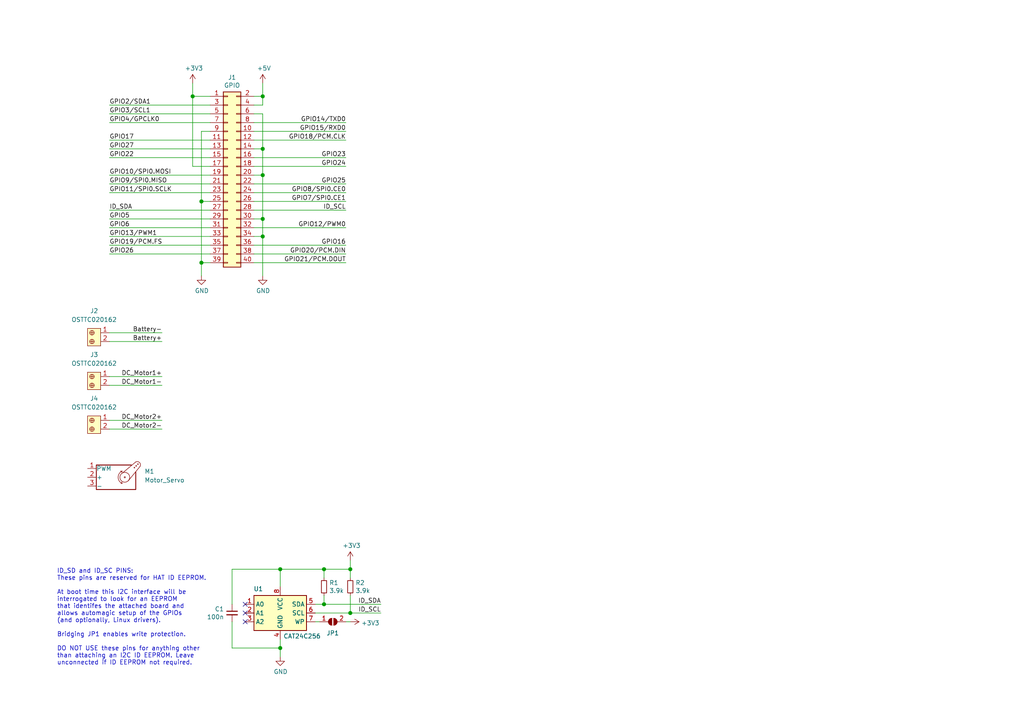
<source format=kicad_sch>
(kicad_sch (version 20230121) (generator eeschema)
  (paper "A4")
  (title_block (title "Raspberrypi Motor and power Hat") (date "2023-11-15") (rev "V0.0.1") (company "RIT MSD Team 18538"))
  (lib_symbols
    (symbol "Connector_Generic:Conn_02x20_Odd_Even" (pin_names (offset 1.016) hide)
      (property "Reference" "J" (at 1.27 25.4 0))
      (property "Value" "Conn_02x20_Odd_Even" (at 1.27 -27.94 0))
      (symbol "Conn_02x20_Odd_Even_1_1"
        (rectangle (start -1.27 -25.273) (end 0 -25.527) (stroke (width 0.1524)))
        (rectangle (start -1.27 -22.733) (end 0 -22.987) (stroke (width 0.1524)))
        (rectangle (start -1.27 -20.193) (end 0 -20.447) (stroke (width 0.1524)))
        (rectangle (start -1.27 -17.653) (end 0 -17.907) (stroke (width 0.1524)))
        (rectangle (start -1.27 -15.113) (end 0 -15.367) (stroke (width 0.1524)))
        (rectangle (start -1.27 -12.573) (end 0 -12.827) (stroke (width 0.1524)))
        (rectangle (start -1.27 -10.033) (end 0 -10.287) (stroke (width 0.1524)))
        (rectangle (start -1.27 -7.493) (end 0 -7.747) (stroke (width 0.1524)))
        (rectangle (start -1.27 -4.953) (end 0 -5.207) (stroke (width 0.1524)))
        (rectangle (start -1.27 -2.413) (end 0 -2.667) (stroke (width 0.1524)))
        (rectangle (start -1.27 0.127) (end 0 -0.127) (stroke (width 0.1524)))
        (rectangle (start -1.27 2.667) (end 0 2.413) (stroke (width 0.1524)))
        (rectangle (start -1.27 5.207) (end 0 4.953) (stroke (width 0.1524)))
        (rectangle (start -1.27 7.747) (end 0 7.493) (stroke (width 0.1524)))
        (rectangle (start -1.27 10.287) (end 0 10.033) (stroke (width 0.1524)))
        (rectangle (start -1.27 12.827) (end 0 12.573) (stroke (width 0.1524)))
        (rectangle (start -1.27 15.367) (end 0 15.113) (stroke (width 0.1524)))
        (rectangle (start -1.27 17.907) (end 0 17.653) (stroke (width 0.1524)))
        (rectangle (start -1.27 20.447) (end 0 20.193) (stroke (width 0.1524)))
        (rectangle (start -1.27 22.987) (end 0 22.733) (stroke (width 0.1524)))
        (rectangle (start -1.27 24.13) (end 3.81 -26.67) (stroke (width 0.254)) (fill (type background)))
        (rectangle (start 3.81 -25.273) (end 2.54 -25.527) (stroke (width 0.1524)))
        (rectangle (start 3.81 -22.733) (end 2.54 -22.987) (stroke (width 0.1524)))
        (rectangle (start 3.81 -20.193) (end 2.54 -20.447) (stroke (width 0.1524)))
        (rectangle (start 3.81 -17.653) (end 2.54 -17.907) (stroke (width 0.1524)))
        (rectangle (start 3.81 -15.113) (end 2.54 -15.367) (stroke (width 0.1524)))
        (rectangle (start 3.81 -12.573) (end 2.54 -12.827) (stroke (width 0.1524)))
        (rectangle (start 3.81 -10.033) (end 2.54 -10.287) (stroke (width 0.1524)))
        (rectangle (start 3.81 -7.493) (end 2.54 -7.747) (stroke (width 0.1524)))
        (rectangle (start 3.81 -4.953) (end 2.54 -5.207) (stroke (width 0.1524)))
        (rectangle (start 3.81 -2.413) (end 2.54 -2.667) (stroke (width 0.1524)))
        (rectangle (start 3.81 0.127) (end 2.54 -0.127) (stroke (width 0.1524)))
        (rectangle (start 3.81 2.667) (end 2.54 2.413) (stroke (width 0.1524)))
        (rectangle (start 3.81 5.207) (end 2.54 4.953) (stroke (width 0.1524)))
        (rectangle (start 3.81 7.747) (end 2.54 7.493) (stroke (width 0.1524)))
        (rectangle (start 3.81 10.287) (end 2.54 10.033) (stroke (width 0.1524)))
        (rectangle (start 3.81 12.827) (end 2.54 12.573) (stroke (width 0.1524)))
        (rectangle (start 3.81 15.367) (end 2.54 15.113) (stroke (width 0.1524)))
        (rectangle (start 3.81 17.907) (end 2.54 17.653) (stroke (width 0.1524)))
        (rectangle (start 3.81 20.447) (end 2.54 20.193) (stroke (width 0.1524)))
        (rectangle (start 3.81 22.987) (end 2.54 22.733) (stroke (width 0.1524)))
        (pin passive line (at -5.08 22.86 0) (length 3.81) (name "Pin_1") (number "1"))
        (pin passive line (at 7.62 12.7 180) (length 3.81) (name "Pin_10") (number "10"))
        (pin passive line (at -5.08 10.16 0) (length 3.81) (name "Pin_11") (number "11"))
        (pin passive line (at 7.62 10.16 180) (length 3.81) (name "Pin_12") (number "12"))
        (pin passive line (at -5.08 7.62 0) (length 3.81) (name "Pin_13") (number "13"))
        (pin passive line (at 7.62 7.62 180) (length 3.81) (name "Pin_14") (number "14"))
        (pin passive line (at -5.08 5.08 0) (length 3.81) (name "Pin_15") (number "15"))
        (pin passive line (at 7.62 5.08 180) (length 3.81) (name "Pin_16") (number "16"))
        (pin passive line (at -5.08 2.54 0) (length 3.81) (name "Pin_17") (number "17"))
        (pin passive line (at 7.62 2.54 180) (length 3.81) (name "Pin_18") (number "18"))
        (pin passive line (at -5.08 0 0) (length 3.81) (name "Pin_19") (number "19"))
        (pin passive line (at 7.62 22.86 180) (length 3.81) (name "Pin_2") (number "2"))
        (pin passive line (at 7.62 0 180) (length 3.81) (name "Pin_20") (number "20"))
        (pin passive line (at -5.08 -2.54 0) (length 3.81) (name "Pin_21") (number "21"))
        (pin passive line (at 7.62 -2.54 180) (length 3.81) (name "Pin_22") (number "22"))
        (pin passive line (at -5.08 -5.08 0) (length 3.81) (name "Pin_23") (number "23"))
        (pin passive line (at 7.62 -5.08 180) (length 3.81) (name "Pin_24") (number "24"))
        (pin passive line (at -5.08 -7.62 0) (length 3.81) (name "Pin_25") (number "25"))
        (pin passive line (at 7.62 -7.62 180) (length 3.81) (name "Pin_26") (number "26"))
        (pin passive line (at -5.08 -10.16 0) (length 3.81) (name "Pin_27") (number "27"))
        (pin passive line (at 7.62 -10.16 180) (length 3.81) (name "Pin_28") (number "28"))
        (pin passive line (at -5.08 -12.7 0) (length 3.81) (name "Pin_29") (number "29"))
        (pin passive line (at -5.08 20.32 0) (length 3.81) (name "Pin_3") (number "3"))
        (pin passive line (at 7.62 -12.7 180) (length 3.81) (name "Pin_30") (number "30"))
        (pin passive line (at -5.08 -15.24 0) (length 3.81) (name "Pin_31") (number "31"))
        (pin passive line (at 7.62 -15.24 180) (length 3.81) (name "Pin_32") (number "32"))
        (pin passive line (at -5.08 -17.78 0) (length 3.81) (name "Pin_33") (number "33"))
        (pin passive line (at 7.62 -17.78 180) (length 3.81) (name "Pin_34") (number "34"))
        (pin passive line (at -5.08 -20.32 0) (length 3.81) (name "Pin_35") (number "35"))
        (pin passive line (at 7.62 -20.32 180) (length 3.81) (name "Pin_36") (number "36"))
        (pin passive line (at -5.08 -22.86 0) (length 3.81) (name "Pin_37") (number "37"))
        (pin passive line (at 7.62 -22.86 180) (length 3.81) (name "Pin_38") (number "38"))
        (pin passive line (at -5.08 -25.4 0) (length 3.81) (name "Pin_39") (number "39"))
        (pin passive line (at 7.62 20.32 180) (length 3.81) (name "Pin_4") (number "4"))
        (pin passive line (at 7.62 -25.4 180) (length 3.81) (name "Pin_40") (number "40"))
        (pin passive line (at -5.08 17.78 0) (length 3.81) (name "Pin_5") (number "5"))
        (pin passive line (at 7.62 17.78 180) (length 3.81) (name "Pin_6") (number "6"))
        (pin passive line (at -5.08 15.24 0) (length 3.81) (name "Pin_7") (number "7"))
        (pin passive line (at 7.62 15.24 180) (length 3.81) (name "Pin_8") (number "8"))
        (pin passive line (at -5.08 12.7 0) (length 3.81) (name "Pin_9") (number "9"))
      )
    )
    (symbol "Device:C_Small" (pin_numbers hide) (pin_names (offset 0.254) hide)
      (property "Reference" "C" (at 0.254 1.778 0))
      (property "Value" "C_Small" (at 0.254 -2.032 0))
      (symbol "C_Small_0_1"
        (polyline (pts (xy -1.524 -0.508) (xy 1.524 -0.508)) (stroke (width 0.3302)))
        (polyline (pts (xy -1.524 0.508) (xy 1.524 0.508)) (stroke (width 0.3048)))
      )
      (symbol "C_Small_1_1"
        (pin passive line (at 0 2.54 270) (length 2.032) (name "~") (number "1"))
        (pin passive line (at 0 -2.54 90) (length 2.032) (name "~") (number "2"))
      )
    )
    (symbol "Device:R_Small" (pin_numbers hide) (pin_names (offset 0.254) hide)
      (property "Reference" "R" (at 0.762 0.508 0))
      (property "Value" "R_Small" (at 0.762 -1.016 0))
      (symbol "R_Small_0_1"
        (rectangle (start -0.762 1.778) (end 0.762 -1.778) (stroke (width 0.2032)))
      )
      (symbol "R_Small_1_1"
        (pin passive line (at 0 2.54 270) (length 0.762) (name "~") (number "1"))
        (pin passive line (at 0 -2.54 90) (length 0.762) (name "~") (number "2"))
      )
    )
    (symbol "Jumper:SolderJumper_2_Open" (pin_names (offset 0) hide)
      (property "Reference" "JP" (at 0 2.032 0))
      (property "Value" "SolderJumper_2_Open" (at 0 -2.54 0))
      (symbol "SolderJumper_2_Open_0_1"
        (arc (start -0.254 1.016) (mid -1.2656 0) (end -0.254 -1.016))
        (arc (start -0.254 1.016) (mid -1.2656 0) (end -0.254 -1.016) (fill (type outline)))
        (polyline (pts (xy -0.254 1.016) (xy -0.254 -1.016)))
        (polyline (pts (xy 0.254 1.016) (xy 0.254 -1.016)))
        (arc (start 0.254 -1.016) (mid 1.2656 0) (end 0.254 1.016))
        (arc (start 0.254 -1.016) (mid 1.2656 0) (end 0.254 1.016) (fill (type outline)))
      )
      (symbol "SolderJumper_2_Open_1_1"
        (pin passive line (at -3.81 0 0) (length 2.54) (name "A") (number "1"))
        (pin passive line (at 3.81 0 180) (length 2.54) (name "B") (number "2"))
      )
    )
    (symbol "Memory_EEPROM:CAT24C256"
      (property "Reference" "U" (at -6.35 6.35 0))
      (property "Value" "CAT24C256" (at 1.27 6.35 0))
      (symbol "CAT24C256_1_1"
        (rectangle (start -7.62 5.08) (end 7.62 -5.08) (stroke (width 0.254)) (fill (type background)))
        (pin input line (at -10.16 2.54 0) (length 2.54) (name "A0") (number "1"))
        (pin input line (at -10.16 0 0) (length 2.54) (name "A1") (number "2"))
        (pin input line (at -10.16 -2.54 0) (length 2.54) (name "A2") (number "3"))
        (pin power_in line (at 0 -7.62 90) (length 2.54) (name "GND") (number "4"))
        (pin bidirectional line (at 10.16 2.54 180) (length 2.54) (name "SDA") (number "5"))
        (pin input line (at 10.16 0 180) (length 2.54) (name "SCL") (number "6"))
        (pin input line (at 10.16 -2.54 180) (length 2.54) (name "WP") (number "7"))
        (pin power_in line (at 0 7.62 270) (length 2.54) (name "VCC") (number "8"))
      )
    )
    (symbol "Motor:Motor_Servo" (pin_names (offset 0.0254))
      (property "Reference" "M" (at -5.08 4.445 0))
      (property "Value" "Motor_Servo" (at -5.08 -4.064 0))
      (symbol "Motor_Servo_0_1"
        (polyline (pts (xy 2.413 -1.778) (xy 2.032 -1.778)))
        (polyline (pts (xy 2.413 -1.778) (xy 2.286 -1.397)))
        (polyline (pts (xy 2.413 1.778) (xy 1.905 1.778)))
        (polyline (pts (xy 2.413 1.778) (xy 2.286 1.397)))
        (polyline (pts (xy 6.35 4.445) (xy 2.54 1.27)))
        (polyline (pts (xy 7.62 3.175) (xy 4.191 -1.016)))
        (polyline (pts (xy 5.08 3.556) (xy -5.08 3.556) (xy -5.08 -3.556) (xy 6.35 -3.556) (xy 6.35 1.524)) (stroke (width 0.254)))
        (arc (start 2.413 1.778) (mid 1.2406 0) (end 2.413 -1.778))
        (circle (center 3.175 0) (radius 0.1778))
        (circle (center 3.175 0) (radius 1.4224))
        (circle (center 5.969 2.794) (radius 0.127))
        (circle (center 6.477 3.302) (radius 0.127))
        (circle (center 6.985 3.81) (radius 0.127))
        (arc (start 7.62 3.175) (mid 7.4485 4.2735) (end 6.35 4.445))
      )
      (symbol "Motor_Servo_1_1"
        (pin passive line (at -7.62 2.54 0) (length 2.54) (name "PWM") (number "1"))
        (pin passive line (at -7.62 0 0) (length 2.54) (name "+") (number "2"))
        (pin passive line (at -7.62 -2.54 0) (length 2.54) (name "-") (number "3"))
      )
    )
    (symbol "dk_Terminal-Blocks-Wire-to-Board:OSTTC020162" (pin_names (offset 1.016))
      (property "Reference" "J" (at -2.54 1.27 0))
      (property "Value" "OSTTC020162" (at 1.27 -2.54 0))
      (symbol "OSTTC020162_1_1"
        (rectangle (start -1.27 2.54) (end 3.81 -1.27) (fill (type background)))
        (polyline (pts (xy 0 0.635) (xy 0 -0.635)))
        (polyline (pts (xy 0.635 0) (xy -0.635 0)))
        (polyline (pts (xy 1.905 0) (xy 3.175 0)))
        (polyline (pts (xy 2.54 0.635) (xy 2.54 -0.635)))
        (circle (center 0 0) (radius 0.635))
        (circle (center 2.54 0) (radius 0.635))
        (pin passive line (at 0 5.08 270) (length 2.54) (name "~") (number "1"))
        (pin passive line (at 2.54 5.08 270) (length 2.54) (name "~") (number "2"))
      )
    )
    (symbol "power:+3.3V" (power) (pin_names (offset 0))
      (property "Value" "+3.3V" (at 0 3.556 0))
      (symbol "+3.3V_0_1"
        (polyline (pts (xy -0.762 1.27) (xy 0 2.54)))
        (polyline (pts (xy 0 0) (xy 0 2.54)))
        (polyline (pts (xy 0 2.54) (xy 0.762 1.27)))
      )
      (symbol "+3.3V_1_1"
        (pin power_in line (at 0 0 90) (length 0) hide (name "+3V3") (number "1"))
      )
    )
    (symbol "power:+5V" (power) (pin_names (offset 0))
      (property "Value" "+5V" (at 0 3.556 0))
      (symbol "+5V_0_1"
        (polyline (pts (xy -0.762 1.27) (xy 0 2.54)))
        (polyline (pts (xy 0 0) (xy 0 2.54)))
        (polyline (pts (xy 0 2.54) (xy 0.762 1.27)))
      )
      (symbol "+5V_1_1"
        (pin power_in line (at 0 0 90) (length 0) hide (name "+5V") (number "1"))
      )
    )
    (symbol "power:GND" (power) (pin_names (offset 0))
      (property "Value" "GND" (at 0 -3.81 0))
      (symbol "GND_0_1"
        (polyline (pts (xy 0 0) (xy 0 -1.27) (xy 1.27 -1.27) (xy 0 -2.54) (xy -1.27 -1.27) (xy 0 -1.27)))
      )
      (symbol "GND_1_1"
        (pin power_in line (at 0 0 270) (length 0) hide (name "GND") (number "1"))
      )
    )
  )
  (junction (at 93.98 175.26) (diameter 1.016))
  (junction (at 76.2 27.94) (diameter 1.016))
  (junction (at 81.28 187.96) (diameter 1.016))
  (junction (at 76.2 43.18) (diameter 1.016))
  (junction (at 81.28 165.1) (diameter 1.016))
  (junction (at 101.6 165.1) (diameter 1.016))
  (junction (at 58.42 76.2) (diameter 1.016))
  (junction (at 58.42 58.42) (diameter 1.016))
  (junction (at 76.2 68.58) (diameter 1.016))
  (junction (at 76.2 63.5) (diameter 1.016))
  (junction (at 76.2 50.8) (diameter 1.016))
  (junction (at 101.6 177.8) (diameter 1.016))
  (junction (at 55.88 27.94) (diameter 1.016))
  (junction (at 93.98 165.1) (diameter 1.016))
  (no_connect (at 71.12 175.26))
  (no_connect (at 71.12 177.8))
  (no_connect (at 71.12 180.34))
  (wire (pts (xy 58.42 58.42) (xy 58.42 76.2)))
  (wire (pts (xy 73.66 58.42) (xy 100.33 58.42)))
  (wire (pts (xy 60.96 40.64) (xy 31.75 40.64)))
  (wire (pts (xy 81.28 165.1) (xy 93.98 165.1)))
  (wire (pts (xy 101.6 165.1) (xy 93.98 165.1)))
  (wire (pts (xy 101.6 167.64) (xy 101.6 165.1)))
  (wire (pts (xy 76.2 33.02) (xy 76.2 43.18)))
  (wire (pts (xy 76.2 50.8) (xy 73.66 50.8)))
  (wire (pts (xy 76.2 63.5) (xy 76.2 68.58)))
  (wire (pts (xy 76.2 50.8) (xy 76.2 63.5)))
  (wire (pts (xy 73.66 35.56) (xy 100.33 35.56)))
  (wire (pts (xy 58.42 38.1) (xy 58.42 58.42)))
  (wire (pts (xy 46.99 99.06) (xy 31.75 99.06)))
  (wire (pts (xy 91.44 175.26) (xy 93.98 175.26)))
  (wire (pts (xy 93.98 175.26) (xy 110.49 175.26)))
  (wire (pts (xy 58.42 38.1) (xy 60.96 38.1)))
  (wire (pts (xy 91.44 180.34) (xy 92.71 180.34)))
  (wire (pts (xy 100.33 180.34) (xy 101.6 180.34)))
  (wire (pts (xy 73.66 55.88) (xy 100.33 55.88)))
  (wire (pts (xy 60.96 60.96) (xy 31.75 60.96)))
  (wire (pts (xy 31.75 63.5) (xy 60.96 63.5)))
  (wire (pts (xy 58.42 58.42) (xy 60.96 58.42)))
  (wire (pts (xy 101.6 162.56) (xy 101.6 165.1)))
  (wire (pts (xy 73.66 45.72) (xy 100.33 45.72)))
  (wire (pts (xy 81.28 165.1) (xy 81.28 170.18)))
  (wire (pts (xy 73.66 76.2) (xy 100.33 76.2)))
  (wire (pts (xy 58.42 76.2) (xy 58.42 80.01)))
  (wire (pts (xy 31.75 43.18) (xy 60.96 43.18)))
  (wire (pts (xy 101.6 172.72) (xy 101.6 177.8)))
  (wire (pts (xy 55.88 24.13) (xy 55.88 27.94)))
  (wire (pts (xy 76.2 68.58) (xy 73.66 68.58)))
  (wire (pts (xy 31.75 33.02) (xy 60.96 33.02)))
  (wire (pts (xy 31.75 55.88) (xy 60.96 55.88)))
  (wire (pts (xy 55.88 48.26) (xy 60.96 48.26)))
  (wire (pts (xy 60.96 30.48) (xy 31.75 30.48)))
  (wire (pts (xy 76.2 27.94) (xy 76.2 30.48)))
  (wire (pts (xy 76.2 43.18) (xy 76.2 50.8)))
  (wire (pts (xy 73.66 40.64) (xy 100.33 40.64)))
  (wire (pts (xy 76.2 43.18) (xy 73.66 43.18)))
  (wire (pts (xy 46.99 96.52) (xy 31.75 96.52)))
  (wire (pts (xy 76.2 24.13) (xy 76.2 27.94)))
  (wire (pts (xy 31.75 35.56) (xy 60.96 35.56)))
  (wire (pts (xy 93.98 165.1) (xy 93.98 167.64)))
  (wire (pts (xy 76.2 27.94) (xy 73.66 27.94)))
  (wire (pts (xy 55.88 27.94) (xy 55.88 48.26)))
  (wire (pts (xy 73.66 48.26) (xy 100.33 48.26)))
  (wire (pts (xy 73.66 38.1) (xy 100.33 38.1)))
  (wire (pts (xy 93.98 172.72) (xy 93.98 175.26)))
  (wire (pts (xy 91.44 177.8) (xy 101.6 177.8)))
  (wire (pts (xy 101.6 177.8) (xy 110.49 177.8)))
  (wire (pts (xy 31.75 45.72) (xy 60.96 45.72)))
  (wire (pts (xy 31.75 53.34) (xy 60.96 53.34)))
  (wire (pts (xy 31.75 66.04) (xy 60.96 66.04)))
  (wire (pts (xy 76.2 30.48) (xy 73.66 30.48)))
  (wire (pts (xy 31.75 71.12) (xy 60.96 71.12)))
  (wire (pts (xy 73.66 71.12) (xy 100.33 71.12)))
  (wire (pts (xy 73.66 66.04) (xy 100.33 66.04)))
  (wire (pts (xy 58.42 76.2) (xy 60.96 76.2)))
  (wire (pts (xy 46.99 124.46) (xy 31.75 124.46)))
  (wire (pts (xy 73.66 73.66) (xy 100.33 73.66)))
  (wire (pts (xy 76.2 33.02) (xy 73.66 33.02)))
  (wire (pts (xy 31.75 73.66) (xy 60.96 73.66)))
  (wire (pts (xy 46.99 111.76) (xy 31.75 111.76)))
  (wire (pts (xy 67.31 165.1) (xy 67.31 175.26)))
  (wire (pts (xy 67.31 180.34) (xy 67.31 187.96)))
  (wire (pts (xy 67.31 187.96) (xy 81.28 187.96)))
  (wire (pts (xy 81.28 165.1) (xy 67.31 165.1)))
  (wire (pts (xy 81.28 185.42) (xy 81.28 187.96)))
  (wire (pts (xy 81.28 187.96) (xy 81.28 190.5)))
  (wire (pts (xy 46.99 121.92) (xy 31.75 121.92)))
  (wire (pts (xy 76.2 68.58) (xy 76.2 80.01)))
  (wire (pts (xy 73.66 53.34) (xy 100.33 53.34)))
  (wire (pts (xy 60.96 68.58) (xy 31.75 68.58)))
  (wire (pts (xy 76.2 63.5) (xy 73.66 63.5)))
  (wire (pts (xy 55.88 27.94) (xy 60.96 27.94)))
  (wire (pts (xy 31.75 109.22) (xy 46.99 109.22)))
  (wire (pts (xy 60.96 50.8) (xy 31.75 50.8)))
  (wire (pts (xy 73.66 60.96) (xy 100.33 60.96)))
  (text "ID_SD and ID_SC PINS:\nThese pins are reserved for HAT ID EEPROM.\n\nAt boot time this I2C interface will be\ninterrogated to look for an EEPROM\nthat identifes the attached board and\nallows automagic setup of the GPIOs\n(and optionally, Linux drivers).\n\nBridging JP1 enables write protection.\n\nDO NOT USE these pins for anything other\nthan attaching an I2C ID EEPROM. Leave\nunconnected if ID EEPROM not required." (at 16.51 193.04 0) (effects (font (size 1.27 1.27)) (justify left bottom)))
  (label "ID_SDA" (at 31.75 60.96 0))
  (label "DC_Motor1+" (at 46.99 109.22 180))
  (label "GPIO6" (at 31.75 66.04 0))
  (label "ID_SDA" (at 110.49 175.26 180))
  (label "ID_SCL" (at 100.33 60.96 180))
  (label "GPIO5" (at 31.75 63.5 0))
  (label "GPIO21{slash}PCM.DOUT" (at 100.33 76.2 180))
  (label "GPIO19{slash}PCM.FS" (at 31.75 71.12 0))
  (label "GPIO10{slash}SPI0.MOSI" (at 31.75 50.8 0))
  (label "GPIO9{slash}SPI0.MISO" (at 31.75 53.34 0))
  (label "GPIO23" (at 100.33 45.72 180))
  (label "GPIO4{slash}GPCLK0" (at 31.75 35.56 0))
  (label "GPIO27" (at 31.75 43.18 0))
  (label "GPIO26" (at 31.75 73.66 0))
  (label "GPIO14{slash}TXD0" (at 100.33 35.56 180))
  (label "GPIO8{slash}SPI0.CE0" (at 100.33 55.88 180))
  (label "DC_Motor2+" (at 46.99 121.92 180))
  (label "GPIO15{slash}RXD0" (at 100.33 38.1 180))
  (label "GPIO16" (at 100.33 71.12 180))
  (label "DC_Motor1-" (at 46.99 111.76 180))
  (label "GPIO22" (at 31.75 45.72 0))
  (label "GPIO2{slash}SDA1" (at 31.75 30.48 0))
  (label "GPIO17" (at 31.75 40.64 0))
  (label "GPIO25" (at 100.33 53.34 180))
  (label "DC_Motor2-" (at 46.99 124.46 180))
  (label "GPIO3{slash}SCL1" (at 31.75 33.02 0))
  (label "GPIO18{slash}PCM.CLK" (at 100.33 40.64 180))
  (label "GPIO12{slash}PWM0" (at 100.33 66.04 180))
  (label "Battery+" (at 46.99 99.06 180))
  (label "GPIO13{slash}PWM1" (at 31.75 68.58 0))
  (label "GPIO20{slash}PCM.DIN" (at 100.33 73.66 180))
  (label "GPIO24" (at 100.33 48.26 180))
  (label "GPIO7{slash}SPI0.CE1" (at 100.33 58.42 180))
  (label "Battery-" (at 46.99 96.52 180))
  (label "ID_SCL" (at 110.49 177.8 180))
  (label "GPIO11{slash}SPI0.SCLK" (at 31.75 55.88 0))
  (symbol (lib_id "power:+5V") (at 76.2 24.13 0) (unit 1)
    (property "Reference" "#PWR01" (effects hide))
    (property "Value" "+5V" (at 76.5683 19.8056 0))
  )
  (symbol (lib_id "power:+3.3V") (at 55.88 24.13 0) (unit 1)
    (property "Reference" "#PWR04" (effects hide))
    (property "Value" "+3.3V" (at 56.2483 19.8056 0))
  )
  (symbol (lib_id "power:GND") (at 76.2 80.01 0) (unit 1)
    (property "Reference" "#PWR02" (effects hide))
    (property "Value" "GND" (at 76.3143 84.3344 0))
  )
  (symbol (lib_id "power:GND") (at 58.42 80.01 0) (unit 1)
    (property "Reference" "#PWR03" (effects hide))
    (property "Value" "GND" (at 58.5343 84.3344 0))
  )
  (symbol (lib_id "Connector_Generic:Conn_02x20_Odd_Even") (at 66.04 50.8 0) (unit 1)
    (property "Reference" "J1" (at 67.31 22.4598 0))
    (property "Value" "GPIO" (at 67.31 24.765 0))
    (property "Footprint" "Connector_PinSocket_2.54mm:PinSocket_2x20_P2.54mm_Vertical" (effects hide))
  )
  (symbol (lib_id "dk_Terminal-Blocks-Wire-to-Board:OSTTC020162") (at 26.67 96.52 270) (unit 1)
    (property "Reference" "J2" (at 27.305 90.17 90))
    (property "Value" "OSTTC020162" (at 27.305 92.71 90))
    (property "Footprint" "digikey-footprints:Term_Block_1x2_P5mm" (effects hide))
    (property "Datasheet" "http://www.on-shore.com/wp-content/uploads/OSTTCXX0162.pdf" (effects hide))
    (property "Digi-Key_PN" "ED2600-ND" (effects hide))
    (property "MPN" "OSTTC020162" (effects hide))
    (property "Category" "Connectors, Interconnects" (effects hide))
    (property "Family" "Terminal Blocks - Wire to Board" (effects hide))
    (property "DK_Datasheet_Link" "http://www.on-shore.com/wp-content/uploads/OSTTCXX0162.pdf" (effects hide))
    (property "DK_Detail_Page" "/product-detail/en/on-shore-technology-inc/OSTTC020162/ED2600-ND/614549" (effects hide))
    (property "Description" "TERM BLK 2POS SIDE ENTRY 5MM PCB" (effects hide))
    (property "Manufacturer" "On Shore Technology Inc." (effects hide))
    (property "Status" "Active" (effects hide))
  )
  (symbol (lib_id "Motor:Motor_Servo") (at 33.02 138.43 0) (unit 1)
    (property "Reference" "M1" (at 41.91 136.7266 0) (effects (justify left)))
    (property "Value" "Motor_Servo" (at 41.91 139.2666 0) (effects (justify left)))
    (property "Footprint" "Connector_PinHeader_2.54mm:PinHeader_1x03_P2.54mm_Vertical" (effects hide))
    (property "Datasheet" "http://forums.parallax.com/uploads/attachments/46831/74481.png" (effects hide))
  )
  (symbol (lib_id "Device:C_Small") (at 67.31 177.8 0) (unit 1)
    (property "Reference" "C1" (at 64.9858 176.6506 0) (effects (justify right)))
    (property "Value" "100n" (at 64.9858 178.9493 0) (effects (justify right)))
  )
  (symbol (lib_id "Device:R_Small") (at 93.98 170.18 0) (unit 1)
    (property "Reference" "R1" (at 95.4786 169.037 0) (effects (justify left)))
    (property "Value" "3.9k" (at 95.4787 171.3293 0) (effects (justify left)))
  )
  (symbol (lib_id "Jumper:SolderJumper_2_Open") (at 96.52 180.34 0) (unit 1)
    (property "Reference" "JP1" (at 96.52 183.623 0))
    (property "Value" "ID_WP" (effects hide))
  )
  (symbol (lib_id "Device:R_Small") (at 101.6 170.18 0) (unit 1)
    (property "Reference" "R2" (at 103.0986 169.037 0) (effects (justify left)))
    (property "Value" "3.9k" (at 103.0987 171.3293 0) (effects (justify left)))
  )
  (symbol (lib_id "dk_Terminal-Blocks-Wire-to-Board:OSTTC020162") (at 26.67 109.22 270) (unit 1)
    (property "Reference" "J3" (at 27.305 102.87 90))
    (property "Value" "OSTTC020162" (at 27.305 105.41 90))
    (property "Footprint" "digikey-footprints:Term_Block_1x2_P5mm" (effects hide))
    (property "Datasheet" "http://www.on-shore.com/wp-content/uploads/OSTTCXX0162.pdf" (effects hide))
    (property "Digi-Key_PN" "ED2600-ND" (effects hide))
    (property "MPN" "OSTTC020162" (effects hide))
    (property "Category" "Connectors, Interconnects" (effects hide))
    (property "Family" "Terminal Blocks - Wire to Board" (effects hide))
    (property "DK_Datasheet_Link" "http://www.on-shore.com/wp-content/uploads/OSTTCXX0162.pdf" (effects hide))
    (property "DK_Detail_Page" "/product-detail/en/on-shore-technology-inc/OSTTC020162/ED2600-ND/614549" (effects hide))
    (property "Description" "TERM BLK 2POS SIDE ENTRY 5MM PCB" (effects hide))
    (property "Manufacturer" "On Shore Technology Inc." (effects hide))
    (property "Status" "Active" (effects hide))
  )
  (symbol (lib_id "power:+3.3V") (at 101.6 162.56 0) (unit 1)
    (property "Reference" "#PWR0101" (effects hide))
    (property "Value" "+3.3V" (at 101.9683 158.2356 0))
  )
  (symbol (lib_id "Memory_EEPROM:CAT24C256") (at 81.28 177.8 0) (unit 1)
    (property "Reference" "U1" (at 74.93 170.7958 0))
    (property "Value" "CAT24C256" (at 87.63 184.5245 0))
    (property "Datasheet" "https://www.onsemi.cn/PowerSolutions/document/CAT24C256-D.PDF" (effects hide))
  )
  (symbol (lib_id "power:GND") (at 81.28 190.5 0) (unit 1)
    (property "Reference" "#PWR0102" (effects hide))
    (property "Value" "GND" (at 81.3943 194.8244 0))
  )
  (symbol (lib_id "dk_Terminal-Blocks-Wire-to-Board:OSTTC020162") (at 26.67 121.92 270) (unit 1)
    (property "Reference" "J4" (at 27.305 115.57 90))
    (property "Value" "OSTTC020162" (at 27.305 118.11 90))
    (property "Footprint" "digikey-footprints:Term_Block_1x2_P5mm" (effects hide))
    (property "Datasheet" "http://www.on-shore.com/wp-content/uploads/OSTTCXX0162.pdf" (effects hide))
    (property "Digi-Key_PN" "ED2600-ND" (effects hide))
    (property "MPN" "OSTTC020162" (effects hide))
    (property "Category" "Connectors, Interconnects" (effects hide))
    (property "Family" "Terminal Blocks - Wire to Board" (effects hide))
    (property "DK_Datasheet_Link" "http://www.on-shore.com/wp-content/uploads/OSTTCXX0162.pdf" (effects hide))
    (property "DK_Detail_Page" "/product-detail/en/on-shore-technology-inc/OSTTC020162/ED2600-ND/614549" (effects hide))
    (property "Description" "TERM BLK 2POS SIDE ENTRY 5MM PCB" (effects hide))
    (property "Manufacturer" "On Shore Technology Inc." (effects hide))
    (property "Status" "Active" (effects hide))
  )
  (symbol (lib_id "power:+3.3V") (at 101.6 180.34 270) (unit 1)
    (property "Reference" "#PWR0103" (effects hide))
    (property "Value" "+3.3V" (at 104.7751 180.7083 90) (effects (justify left)))
  )
)
</source>
